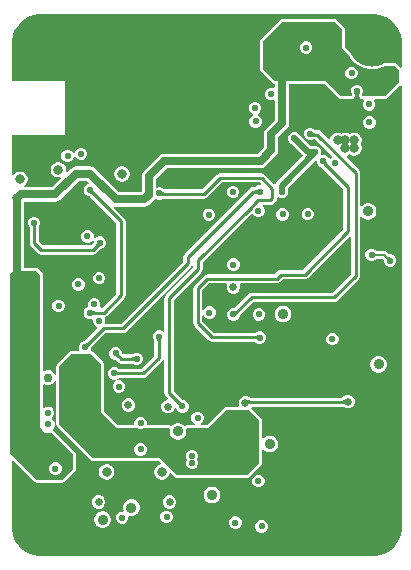
<source format=gbr>
%TF.GenerationSoftware,Altium Limited,Altium Designer,23.9.2 (47)*%
G04 Layer_Physical_Order=3*
G04 Layer_Color=16440176*
%FSLAX45Y45*%
%MOMM*%
%TF.SameCoordinates,C6D65D71-24B2-464F-8DE7-77A712877E08*%
%TF.FilePolarity,Positive*%
%TF.FileFunction,Copper,L3,Inr,Signal*%
%TF.Part,Single*%
G01*
G75*
%TA.AperFunction,Conductor*%
%ADD44C,0.50000*%
%ADD48C,0.55000*%
%ADD50C,0.70000*%
%ADD52C,0.25400*%
%TA.AperFunction,ComponentPad*%
%ADD56C,4.00000*%
%ADD57O,1.15800X2.31600*%
%ADD58O,1.20000X2.40000*%
%ADD59C,0.60000*%
%ADD60C,0.63000*%
%TA.AperFunction,ViaPad*%
%ADD61C,0.55000*%
%ADD62C,0.80000*%
%ADD63C,0.50000*%
%ADD64C,0.90000*%
%ADD65C,0.65000*%
%ADD66C,0.75000*%
%TA.AperFunction,Conductor*%
%ADD67C,0.13855*%
G36*
X3195089Y4707739D02*
X3241314Y4688592D01*
X3282916Y4660795D01*
X3318295Y4625416D01*
X3346092Y4583814D01*
X3365239Y4537589D01*
X3375000Y4488517D01*
Y4463500D01*
Y4266565D01*
X3362300Y4261304D01*
X3333012Y4290592D01*
X3324610Y4296206D01*
X3314700Y4298178D01*
X3230624D01*
X3220714Y4296206D01*
X3183193Y4280665D01*
X3144650Y4272998D01*
X3105351D01*
X3066808Y4280665D01*
X3030500Y4295704D01*
X2997825Y4317536D01*
X2970037Y4345325D01*
X2948204Y4378000D01*
X2946427Y4382290D01*
X2940813Y4390692D01*
X2896098Y4435407D01*
X2896097Y4589780D01*
X2894126Y4599690D01*
X2888512Y4608092D01*
X2830093Y4666512D01*
X2830093Y4666512D01*
X2821691Y4672126D01*
X2811781Y4674098D01*
X2362200D01*
X2352289Y4672126D01*
X2343888Y4666512D01*
X2183868Y4506492D01*
X2178254Y4498091D01*
X2176282Y4488180D01*
Y4249420D01*
X2178254Y4239509D01*
X2183868Y4231108D01*
X2288008Y4126968D01*
X2296409Y4121354D01*
X2301902Y4120261D01*
Y4094319D01*
X2289202Y4085833D01*
X2279035Y4090045D01*
X2257990D01*
X2238547Y4081991D01*
X2223666Y4067110D01*
X2215613Y4047667D01*
Y4026622D01*
X2223666Y4007179D01*
X2238547Y3992299D01*
X2257990Y3984245D01*
X2279035D01*
X2289202Y3988456D01*
X2301902Y3979970D01*
Y3815372D01*
X2226618Y3740088D01*
X2213269Y3720109D01*
X2208581Y3696542D01*
Y3587000D01*
X2155162Y3533580D01*
X1363797D01*
X1340230Y3528892D01*
X1320251Y3515543D01*
X1190894Y3386186D01*
X1177545Y3366207D01*
X1172857Y3342640D01*
Y3211034D01*
X1167926Y3206103D01*
X983089D01*
X782869Y3406323D01*
X762890Y3419672D01*
X739323Y3424360D01*
X616030D01*
X592463Y3419672D01*
X572484Y3406323D01*
X543758Y3377596D01*
X532371Y3384170D01*
X533400Y3388010D01*
Y3405230D01*
X528943Y3421863D01*
X520333Y3436776D01*
X508156Y3448953D01*
X493243Y3457563D01*
X476610Y3462020D01*
X459390D01*
X442756Y3457563D01*
X427843Y3448953D01*
X415667Y3436776D01*
X407057Y3421863D01*
X402600Y3405230D01*
Y3388010D01*
X407057Y3371376D01*
X415667Y3356463D01*
X427843Y3344287D01*
X442756Y3335677D01*
X459390Y3331220D01*
X476610D01*
X480449Y3332249D01*
X487023Y3320862D01*
X415262Y3249100D01*
X184818D01*
X181415Y3261800D01*
X182397Y3262367D01*
X194573Y3274543D01*
X203183Y3289456D01*
X207640Y3306090D01*
Y3323310D01*
X203183Y3339944D01*
X194573Y3354857D01*
X182397Y3367033D01*
X167484Y3375643D01*
X150850Y3380100D01*
X133630D01*
X116996Y3375643D01*
X102083Y3367033D01*
X89907Y3354857D01*
X87700Y3351035D01*
X75000Y3354438D01*
Y3690000D01*
X527500D01*
Y4145000D01*
X75000D01*
Y4463500D01*
X75000Y4488517D01*
X84761Y4537589D01*
X103907Y4583814D01*
X131704Y4625416D01*
X167083Y4660795D01*
X208685Y4688592D01*
X254910Y4707739D01*
X303983Y4717500D01*
X329000Y4717500D01*
X3121000Y4717500D01*
X3146017D01*
X3195089Y4707739D01*
D02*
G37*
G36*
X2870200Y4589780D02*
X2870200Y4424680D01*
X2922501Y4372379D01*
X2925253Y4365733D01*
X2949921Y4328816D01*
X2981316Y4297421D01*
X3018233Y4272753D01*
X3059254Y4255762D01*
X3102801Y4247100D01*
X3147200D01*
X3190747Y4255762D01*
X3230624Y4272280D01*
X3314700D01*
X3350260Y4236720D01*
Y4132580D01*
X3235960Y4018280D01*
X3044252D01*
X3038992Y4030980D01*
X3042046Y4034035D01*
X3050100Y4053478D01*
Y4074522D01*
X3042046Y4093965D01*
X3027165Y4108846D01*
X3007722Y4116900D01*
X2986678D01*
X2967235Y4108846D01*
X2952354Y4093965D01*
X2944300Y4074522D01*
Y4053478D01*
X2952354Y4034035D01*
X2955408Y4030980D01*
X2950148Y4018280D01*
X2862580D01*
X2735580Y4145280D01*
X2306320D01*
X2202180Y4249420D01*
Y4488180D01*
X2362200Y4648200D01*
X2811780D01*
X2870200Y4589780D01*
D02*
G37*
G36*
X2623757Y3713319D02*
X2625047Y3712000D01*
X2626537Y3710837D01*
X2628227Y3709829D01*
X2630117Y3708976D01*
X2632208Y3708278D01*
X2634498Y3707735D01*
X2636988Y3707347D01*
X2639679Y3707114D01*
X2642570Y3707037D01*
X2636455Y3681637D01*
X2633549Y3681591D01*
X2625810Y3680914D01*
X2623557Y3680507D01*
X2621467Y3680010D01*
X2619540Y3679422D01*
X2617776Y3678745D01*
X2616176Y3677977D01*
X2614738Y3677118D01*
X2622667Y3714793D01*
X2623757Y3713319D01*
D02*
G37*
G36*
X2844268Y3999968D02*
X2852669Y3994354D01*
X2862580Y3992382D01*
X2950148D01*
X2960058Y3994354D01*
X2968460Y3999967D01*
X2974074Y4008369D01*
X2979335Y4021069D01*
X2981306Y4030980D01*
X2979335Y4040891D01*
X2974627Y4047936D01*
X2970198Y4058629D01*
Y4069371D01*
X2974309Y4079296D01*
X2981904Y4086891D01*
X2991829Y4091002D01*
X3002571D01*
X3012496Y4086891D01*
X3020091Y4079296D01*
X3024202Y4069371D01*
Y4058629D01*
X3019773Y4047936D01*
X3015065Y4040891D01*
X3013094Y4030980D01*
X3015065Y4021069D01*
X3020326Y4008369D01*
X3025940Y3999968D01*
X3034342Y3994354D01*
X3044252Y3992382D01*
X3050077D01*
X3054938Y3980649D01*
X3053954Y3979665D01*
X3045900Y3960222D01*
Y3939178D01*
X3053954Y3919735D01*
X3068835Y3904854D01*
X3088278Y3896800D01*
X3109322D01*
X3128765Y3904854D01*
X3143646Y3919735D01*
X3151700Y3939178D01*
Y3960222D01*
X3143646Y3979665D01*
X3142662Y3980649D01*
X3147523Y3992382D01*
X3235960D01*
X3245871Y3994354D01*
X3254272Y3999968D01*
X3362300Y4107996D01*
X3375000Y4102735D01*
Y376500D01*
Y351483D01*
X3365239Y302411D01*
X3346092Y256186D01*
X3318295Y214585D01*
X3282916Y179205D01*
X3241314Y151408D01*
X3195089Y132261D01*
X3146017Y122500D01*
X329000D01*
X303983Y122500D01*
X254911Y132261D01*
X208686Y151408D01*
X167085Y179205D01*
X131706Y214585D01*
X103908Y256186D01*
X84761Y302411D01*
X75000Y351483D01*
Y376500D01*
Y930962D01*
X86734Y935822D01*
X267438Y755118D01*
X275840Y749504D01*
X285750Y747532D01*
X499110D01*
X509021Y749504D01*
X517423Y755118D01*
X608863Y846558D01*
X614477Y854959D01*
X616448Y864870D01*
Y986790D01*
X614477Y996701D01*
X608863Y1005102D01*
X424713Y1189252D01*
X423901Y1205069D01*
X428386Y1209555D01*
X436440Y1228998D01*
Y1250042D01*
X428386Y1269485D01*
X415848Y1282023D01*
X413767Y1287016D01*
X414806Y1297574D01*
X425846Y1308615D01*
X433900Y1328058D01*
Y1349102D01*
X425846Y1368545D01*
X410965Y1383426D01*
X391522Y1391480D01*
X370478D01*
X351035Y1383426D01*
X348781Y1381173D01*
X337048Y1386033D01*
Y1574164D01*
X349748Y1580622D01*
X368488Y1572860D01*
X393512D01*
X416630Y1582436D01*
X434324Y1600130D01*
X438902Y1611182D01*
X451602Y1608656D01*
X451603Y1239540D01*
X453574Y1229629D01*
X459188Y1221227D01*
X741148Y939268D01*
X749549Y933654D01*
X759460Y931682D01*
X1315153D01*
X1333773Y913063D01*
X1329344Y899531D01*
X1318416Y896603D01*
X1303503Y887993D01*
X1291327Y875817D01*
X1282717Y860904D01*
X1278260Y844270D01*
Y827050D01*
X1282717Y810416D01*
X1291327Y795503D01*
X1303503Y783327D01*
X1318416Y774717D01*
X1335050Y770260D01*
X1352270D01*
X1368904Y774717D01*
X1383817Y783327D01*
X1395993Y795503D01*
X1404603Y810416D01*
X1407531Y821344D01*
X1421063Y825773D01*
X1452348Y794488D01*
X1460749Y788874D01*
X1470660Y786902D01*
X2065020D01*
X2074931Y788874D01*
X2083332Y794488D01*
X2184932Y896088D01*
X2190546Y904489D01*
X2192518Y914400D01*
Y1022764D01*
X2205218Y1027702D01*
X2214833Y1018086D01*
X2230887Y1008818D01*
X2248792Y1004020D01*
X2267328D01*
X2285233Y1008818D01*
X2301287Y1018086D01*
X2314394Y1031193D01*
X2323662Y1047247D01*
X2328460Y1065152D01*
Y1083688D01*
X2323662Y1101593D01*
X2314394Y1117647D01*
X2301287Y1130754D01*
X2285233Y1140022D01*
X2267328Y1144820D01*
X2248792D01*
X2230887Y1140022D01*
X2214833Y1130754D01*
X2205218Y1121138D01*
X2192518Y1126076D01*
Y1277620D01*
X2190546Y1287531D01*
X2184932Y1295932D01*
X2103325Y1377540D01*
X2108586Y1390240D01*
X2874923D01*
X2875897Y1390098D01*
X2877123Y1389838D01*
X2878200Y1389535D01*
X2879163Y1389190D01*
X2880032Y1388807D01*
X2880835Y1388382D01*
X2881603Y1387902D01*
X2882923Y1386936D01*
X2885711Y1384147D01*
X2906992Y1375333D01*
X2930026D01*
X2951307Y1384147D01*
X2967594Y1400435D01*
X2976409Y1421715D01*
Y1444750D01*
X2967594Y1466030D01*
X2951307Y1482318D01*
X2930026Y1491133D01*
X2906992D01*
X2885711Y1482318D01*
X2873331Y1469937D01*
X2872709Y1469436D01*
X2872099Y1468705D01*
X2871632Y1468238D01*
X2871400Y1468149D01*
X2870911Y1468011D01*
X2870500Y1467933D01*
X2095906D01*
X2094932Y1468075D01*
X2093706Y1468334D01*
X2092629Y1468638D01*
X2091666Y1468983D01*
X2090797Y1469366D01*
X2089994Y1469790D01*
X2089226Y1470271D01*
X2087906Y1471237D01*
X2085118Y1474025D01*
X2063837Y1482840D01*
X2040803D01*
X2019522Y1474025D01*
X2003235Y1457738D01*
X1994420Y1436457D01*
Y1413423D01*
X1998912Y1402578D01*
X1990426Y1389878D01*
X1889760D01*
X1879849Y1387906D01*
X1871448Y1382292D01*
X1724093Y1234938D01*
X1675364D01*
X1672838Y1247638D01*
X1677957Y1249758D01*
X1692838Y1264639D01*
X1700891Y1284082D01*
Y1305127D01*
X1692838Y1324570D01*
X1677957Y1339450D01*
X1658514Y1347504D01*
X1637469D01*
X1618026Y1339450D01*
X1603145Y1324570D01*
X1595092Y1305127D01*
Y1284082D01*
X1603145Y1264639D01*
X1618026Y1249758D01*
X1623145Y1247638D01*
X1620619Y1234938D01*
X1561028D01*
X1559353Y1234604D01*
X1557648Y1234716D01*
X1554440Y1233627D01*
X1551118Y1232966D01*
X1549697Y1232017D01*
X1548079Y1231468D01*
X1545533Y1229235D01*
X1542716Y1227353D01*
X1531447Y1231393D01*
X1530217Y1232289D01*
X1525944Y1236562D01*
X1509890Y1245830D01*
X1491985Y1250628D01*
X1473448D01*
X1455543Y1245830D01*
X1439490Y1236562D01*
X1435217Y1232289D01*
X1433987Y1231392D01*
X1422718Y1227353D01*
X1419901Y1229234D01*
X1417354Y1231468D01*
X1415737Y1232017D01*
X1414316Y1232966D01*
X1410994Y1233627D01*
X1407786Y1234716D01*
X1406081Y1234604D01*
X1404405Y1234938D01*
X1221523D01*
X1217280Y1241288D01*
Y1262333D01*
X1209226Y1281776D01*
X1194345Y1296657D01*
X1174902Y1304710D01*
X1153857D01*
X1134414Y1296657D01*
X1119533Y1281776D01*
X1111480Y1262333D01*
Y1241288D01*
X1107237Y1234938D01*
X968307D01*
X851398Y1351847D01*
Y1755140D01*
X849426Y1765051D01*
X843812Y1773453D01*
X765073Y1852191D01*
X765072Y1852192D01*
X756670Y1857806D01*
X748826Y1859366D01*
X744341Y1864807D01*
X740654Y1872477D01*
X745391Y1883914D01*
Y1892318D01*
X745533Y1892930D01*
X745556Y1892995D01*
X745578Y1893033D01*
X745731Y1893261D01*
X746337Y1894006D01*
X866685Y2014353D01*
X1015092D01*
X1029958Y2017310D01*
X1042560Y2025731D01*
X1592436Y2575607D01*
X1599453Y2586109D01*
X1609010Y2585169D01*
X1612153Y2583997D01*
Y2568791D01*
X1377151Y2333789D01*
X1368731Y2321186D01*
X1365773Y2306320D01*
Y2031539D01*
X1353073Y2026278D01*
X1350765Y2028586D01*
X1331322Y2036640D01*
X1310278D01*
X1290835Y2028586D01*
X1275954Y2013705D01*
X1267900Y1994262D01*
Y1973218D01*
X1275954Y1953775D01*
X1281393Y1948336D01*
X1281666Y1947882D01*
X1281777Y1947640D01*
X1281795Y1947572D01*
X1281857Y1947248D01*
X1281953Y1946284D01*
Y1822031D01*
X1170089Y1710167D01*
X979396D01*
X979198Y1710192D01*
X978508Y1710325D01*
X978440Y1710343D01*
X978198Y1710454D01*
X977744Y1710727D01*
X972305Y1716166D01*
X952862Y1724220D01*
X931818D01*
X912375Y1716166D01*
X897494Y1701285D01*
X889440Y1681842D01*
Y1660798D01*
X897494Y1641355D01*
X912375Y1626474D01*
X931818Y1618420D01*
X952862D01*
X955981Y1606687D01*
X950475Y1604406D01*
X935594Y1589525D01*
X927540Y1570082D01*
Y1549038D01*
X935594Y1529595D01*
X950475Y1514714D01*
X969918Y1506660D01*
X990962D01*
X1010405Y1514714D01*
X1025286Y1529595D01*
X1033340Y1549038D01*
Y1570082D01*
X1025286Y1589525D01*
X1010405Y1604406D01*
X990962Y1612460D01*
X969918D01*
X966799Y1624193D01*
X972305Y1626474D01*
X977744Y1631913D01*
X978198Y1632186D01*
X978440Y1632297D01*
X978508Y1632315D01*
X978832Y1632377D01*
X979796Y1632473D01*
X1186180D01*
X1201046Y1635431D01*
X1213649Y1643851D01*
X1348269Y1778471D01*
X1353073Y1785662D01*
X1365773Y1781810D01*
Y1506220D01*
X1368731Y1491354D01*
X1377151Y1478751D01*
X1394774Y1461129D01*
X1389913Y1449396D01*
X1386299D01*
X1365018Y1440581D01*
X1348731Y1424294D01*
X1339916Y1403013D01*
Y1379979D01*
X1348731Y1358698D01*
X1365018Y1342411D01*
X1386299Y1333596D01*
X1409333D01*
X1430614Y1342411D01*
X1446901Y1358698D01*
X1454289Y1376533D01*
X1466972Y1377896D01*
X1467512Y1377796D01*
X1474074Y1361955D01*
X1488955Y1347074D01*
X1508398Y1339020D01*
X1529442D01*
X1548885Y1347074D01*
X1563766Y1361955D01*
X1571820Y1381398D01*
Y1402442D01*
X1563766Y1421885D01*
X1548885Y1436766D01*
X1529442Y1444820D01*
X1521749D01*
X1521242Y1444946D01*
X1520987Y1445040D01*
X1520925Y1445076D01*
X1520654Y1445260D01*
X1519903Y1445874D01*
X1443467Y1522311D01*
Y2290229D01*
X1678469Y2525231D01*
X1686889Y2537834D01*
X1689847Y2552700D01*
Y2612809D01*
X2101431Y3024394D01*
X2113887Y3021916D01*
X2115974Y3016879D01*
X2130855Y3001998D01*
X2150297Y2993944D01*
X2171342D01*
X2190785Y3001998D01*
X2205666Y3016879D01*
X2213720Y3036322D01*
Y3057367D01*
X2205666Y3076810D01*
X2197122Y3085353D01*
X2202383Y3098053D01*
X2260600D01*
X2275466Y3101011D01*
X2288069Y3109431D01*
X2308389Y3129751D01*
X2316809Y3142354D01*
X2319767Y3157220D01*
X2323500Y3160103D01*
X2332467Y3163931D01*
X2334765Y3162979D01*
X2339182Y3160028D01*
X2344392Y3158992D01*
X2349300Y3156959D01*
X2354612D01*
X2359822Y3155922D01*
X2365032Y3156959D01*
X2370345D01*
X2375253Y3158992D01*
X2380463Y3160028D01*
X2384880Y3162979D01*
X2389788Y3165012D01*
X2393544Y3168769D01*
X2397961Y3171720D01*
X2400912Y3176137D01*
X2404669Y3179893D01*
X2406702Y3184801D01*
X2409653Y3189218D01*
X2410689Y3194428D01*
X2412722Y3199336D01*
Y3204648D01*
X2413758Y3209858D01*
Y3239181D01*
X2647093Y3472516D01*
X2659793Y3467255D01*
Y3456055D01*
X2667847Y3436612D01*
X2682728Y3421732D01*
X2698890Y3415037D01*
X2698989Y3414985D01*
X2699024Y3414975D01*
X2700267Y3414219D01*
X2700421Y3414109D01*
X2702723Y3412142D01*
X2882153Y3232711D01*
Y2891818D01*
X2537282Y2546947D01*
X2350230D01*
X2335364Y2543990D01*
X2322761Y2535569D01*
X2299479Y2512287D01*
X1729220D01*
X1714354Y2509329D01*
X1701751Y2500909D01*
X1620991Y2420149D01*
X1612571Y2407546D01*
X1609613Y2392680D01*
Y2095500D01*
X1612571Y2080634D01*
X1620991Y2068031D01*
X1737831Y1951191D01*
X1750434Y1942771D01*
X1765300Y1939813D01*
X2135527D01*
X2144418Y1930923D01*
X2163861Y1922869D01*
X2184905D01*
X2204348Y1930923D01*
X2219229Y1945804D01*
X2227283Y1965247D01*
Y1986291D01*
X2219229Y2005734D01*
X2204348Y2020615D01*
X2184905Y2028669D01*
X2163861D01*
X2144418Y2020615D01*
X2141705Y2017903D01*
X2141639Y2017871D01*
X2141529Y2017839D01*
X2140881Y2017693D01*
X2140225Y2017586D01*
X2139291Y2017507D01*
X1781391D01*
X1687307Y2111591D01*
Y2161016D01*
X1700007Y2163542D01*
X1702778Y2156852D01*
X1717659Y2141971D01*
X1737102Y2133917D01*
X1758147D01*
X1777590Y2141971D01*
X1792470Y2156852D01*
X1800524Y2176295D01*
Y2197340D01*
X1792470Y2216782D01*
X1777590Y2231663D01*
X1758147Y2239717D01*
X1737102D01*
X1717659Y2231663D01*
X1702778Y2216782D01*
X1700007Y2210092D01*
X1687307Y2212618D01*
Y2376589D01*
X1745311Y2434594D01*
X1889772D01*
X1896828Y2424034D01*
X1892820Y2414357D01*
Y2391323D01*
X1901635Y2370042D01*
X1917922Y2353755D01*
X1939203Y2344940D01*
X1962237D01*
X1983518Y2353755D01*
X1999805Y2370042D01*
X2008620Y2391323D01*
Y2414357D01*
X2004612Y2424034D01*
X2011668Y2434594D01*
X2315570D01*
X2330436Y2437551D01*
X2343038Y2445971D01*
X2366320Y2469254D01*
X2553373D01*
X2568239Y2472211D01*
X2580841Y2480632D01*
X2933920Y2833710D01*
X2945653Y2828850D01*
Y2515451D01*
X2785529Y2355327D01*
X2103510D01*
X2088644Y2352369D01*
X2076041Y2343949D01*
X1956693Y2224600D01*
X1940198D01*
X1920755Y2216546D01*
X1905874Y2201665D01*
X1897820Y2182222D01*
Y2161178D01*
X1905874Y2141735D01*
X1920755Y2126854D01*
X1940198Y2118800D01*
X1961242D01*
X1980685Y2126854D01*
X1995566Y2141735D01*
X2003620Y2161178D01*
Y2161304D01*
X2005436Y2163469D01*
X2119601Y2277633D01*
X2801620D01*
X2816486Y2280591D01*
X2829089Y2289011D01*
X3011969Y2471891D01*
X3020389Y2484494D01*
X3023347Y2499360D01*
Y2995616D01*
X3031032Y2999221D01*
X3036047Y2999869D01*
X3047994Y2987921D01*
X3064047Y2978653D01*
X3081952Y2973855D01*
X3100489D01*
X3118394Y2978653D01*
X3134447Y2987921D01*
X3147554Y3001029D01*
X3156823Y3017082D01*
X3161620Y3034987D01*
Y3053524D01*
X3156823Y3071429D01*
X3147554Y3087482D01*
X3134447Y3100589D01*
X3118394Y3109858D01*
X3100489Y3114655D01*
X3081952D01*
X3064047Y3109858D01*
X3047994Y3100589D01*
X3036047Y3088642D01*
X3031032Y3089290D01*
X3023347Y3092894D01*
Y3370847D01*
X3020389Y3385713D01*
X3011969Y3398315D01*
X2909599Y3500685D01*
X2913395Y3514850D01*
X2922710Y3517346D01*
X2937328Y3525785D01*
X2946556Y3520457D01*
X2963190Y3516000D01*
X2980410D01*
X2997044Y3520457D01*
X3011957Y3529067D01*
X3024133Y3541243D01*
X3032743Y3556156D01*
X3037200Y3572790D01*
Y3590010D01*
X3032743Y3606644D01*
X3028987Y3613150D01*
X3032743Y3619656D01*
X3037200Y3636290D01*
Y3653510D01*
X3032743Y3670144D01*
X3024133Y3685057D01*
X3011957Y3697233D01*
X2997044Y3705843D01*
X2980410Y3710300D01*
X2963190D01*
X2946556Y3705843D01*
X2933593Y3698359D01*
X2919824Y3706308D01*
X2903191Y3710765D01*
X2885970D01*
X2869337Y3706308D01*
X2862937Y3702613D01*
X2857344Y3705843D01*
X2840710Y3710300D01*
X2823490D01*
X2806856Y3705843D01*
X2791943Y3697233D01*
X2779767Y3685057D01*
X2771157Y3670144D01*
X2768398Y3659847D01*
X2754576Y3655708D01*
X2688479Y3721805D01*
X2675876Y3730226D01*
X2661010Y3733183D01*
X2641114D01*
X2629450Y3744846D01*
X2610007Y3752900D01*
X2588963D01*
X2569520Y3744846D01*
X2554639Y3729965D01*
X2546585Y3710522D01*
Y3689478D01*
X2554639Y3670035D01*
X2569520Y3655154D01*
X2588963Y3647100D01*
X2610007D01*
X2629450Y3655154D01*
X2629540Y3655244D01*
X2632354Y3655490D01*
X2644920D01*
X2788321Y3512089D01*
X2785843Y3499633D01*
X2780171Y3497284D01*
X2773672Y3490784D01*
X2758691Y3493763D01*
X2757539Y3496543D01*
X2742658Y3511424D01*
X2723216Y3519478D01*
X2703416D01*
X2700090Y3521277D01*
X2695725Y3525052D01*
X2693134Y3529481D01*
X2694500Y3532778D01*
Y3538090D01*
X2695536Y3543300D01*
X2694500Y3548510D01*
Y3553822D01*
X2692467Y3558731D01*
X2691430Y3563940D01*
X2688480Y3568357D01*
X2686446Y3573265D01*
X2682690Y3577022D01*
X2679739Y3581439D01*
X2675322Y3584390D01*
X2671565Y3588146D01*
X2666657Y3590180D01*
X2662240Y3593130D01*
X2657031Y3594167D01*
X2652122Y3596200D01*
X2646810D01*
X2641600Y3597236D01*
X2636390Y3596200D01*
X2631078D01*
X2629735Y3595644D01*
X2606049D01*
X2512699Y3688994D01*
X2511186Y3692645D01*
X2496305Y3707526D01*
X2476862Y3715580D01*
X2455818D01*
X2436375Y3707526D01*
X2421494Y3692645D01*
X2413440Y3673202D01*
Y3652158D01*
X2421494Y3632715D01*
X2436375Y3617834D01*
X2440026Y3616321D01*
X2539185Y3517162D01*
X2321684Y3299661D01*
X2309992Y3282163D01*
X2309246Y3278412D01*
X2297092Y3274725D01*
X2216949Y3354869D01*
X2204346Y3363289D01*
X2189480Y3366247D01*
X1836420D01*
X1821554Y3363289D01*
X1808951Y3354869D01*
X1684325Y3230242D01*
X1362199D01*
X1352305Y3240135D01*
X1332862Y3248189D01*
X1311818D01*
X1306583Y3246020D01*
X1296023Y3253076D01*
Y3317131D01*
X1389306Y3410414D01*
X2180670D01*
X2204237Y3415101D01*
X2224216Y3428451D01*
X2313710Y3517945D01*
X2327060Y3537924D01*
X2331748Y3561491D01*
Y3671033D01*
X2407032Y3746317D01*
X2420381Y3766296D01*
X2425069Y3789863D01*
X2425069Y3789864D01*
Y4119382D01*
X2724853D01*
X2844268Y3999968D01*
D02*
G37*
G36*
X2738964Y3457831D02*
X2738888Y3456010D01*
X2739071Y3454155D01*
X2739513Y3452264D01*
X2740212Y3450338D01*
X2741170Y3448377D01*
X2742385Y3446380D01*
X2743860Y3444349D01*
X2745592Y3442282D01*
X2747582Y3440180D01*
X2724430Y3427411D01*
X2722338Y3429445D01*
X2716430Y3434494D01*
X2714582Y3435824D01*
X2711072Y3437959D01*
X2709408Y3438761D01*
X2707806Y3439389D01*
X2706265Y3439840D01*
X2739297Y3459616D01*
X2738964Y3457831D01*
D02*
G37*
G36*
X2153375Y3191872D02*
X2152007Y3193116D01*
X2150470Y3194230D01*
X2148766Y3195212D01*
X2146893Y3196064D01*
X2144851Y3196784D01*
X2142642Y3197374D01*
X2140264Y3197832D01*
X2137719Y3198160D01*
X2135004Y3198356D01*
X2132122Y3198422D01*
Y3223822D01*
X2135004Y3223887D01*
X2140264Y3224411D01*
X2142642Y3224870D01*
X2144851Y3225459D01*
X2146893Y3226180D01*
X2148766Y3227031D01*
X2150470Y3228014D01*
X2152007Y3229127D01*
X2153375Y3230372D01*
Y3191872D01*
D02*
G37*
G36*
X761646Y3221138D02*
X761945Y3219264D01*
X762456Y3217364D01*
X763178Y3215437D01*
X764112Y3213485D01*
X765257Y3211505D01*
X766614Y3209500D01*
X768183Y3207468D01*
X769963Y3205410D01*
X771955Y3203326D01*
X753994Y3185365D01*
X751910Y3187357D01*
X747820Y3190706D01*
X745815Y3192063D01*
X743835Y3193208D01*
X741883Y3194142D01*
X739956Y3194864D01*
X738056Y3195375D01*
X736182Y3195674D01*
X734335Y3195761D01*
X761559Y3222985D01*
X761646Y3221138D01*
D02*
G37*
G36*
X1345698Y3210145D02*
X1347077Y3208875D01*
X1348644Y3207755D01*
X1350400Y3206784D01*
X1352345Y3205962D01*
X1354478Y3205290D01*
X1356799Y3204768D01*
X1359308Y3204394D01*
X1362006Y3204170D01*
X1364892Y3204095D01*
X1360769Y3178695D01*
X1357877Y3178643D01*
X1352572Y3178223D01*
X1350160Y3177856D01*
X1347909Y3177385D01*
X1345817Y3176808D01*
X1343887Y3176126D01*
X1342116Y3175340D01*
X1340506Y3174448D01*
X1339055Y3173452D01*
X1344507Y3211564D01*
X1345698Y3210145D01*
D02*
G37*
G36*
X2186188Y3275755D02*
X2185951Y3274706D01*
X2179961Y3264022D01*
X2162491D01*
X2143048Y3255968D01*
X2137609Y3250529D01*
X2137156Y3250256D01*
X2136914Y3250145D01*
X2136846Y3250127D01*
X2136521Y3250064D01*
X2135558Y3249968D01*
X2118922D01*
X2104056Y3247011D01*
X2091453Y3238590D01*
X1537499Y2684636D01*
X1529078Y2672033D01*
X1526121Y2657167D01*
Y2619166D01*
X999001Y2092046D01*
X869194D01*
X862138Y2102606D01*
X864487Y2108277D01*
Y2129322D01*
X860568Y2138785D01*
X865766Y2148511D01*
X878369Y2156931D01*
X1025689Y2304251D01*
X1034109Y2316854D01*
X1037067Y2331720D01*
Y2959100D01*
X1034109Y2973966D01*
X1025689Y2986569D01*
X938468Y3073790D01*
X944724Y3085494D01*
X957580Y3082937D01*
X1193435D01*
X1217002Y3087625D01*
X1236981Y3100974D01*
X1277986Y3141979D01*
X1283026Y3149522D01*
X1292375Y3150443D01*
X1311818Y3142389D01*
X1332862D01*
X1352305Y3150443D01*
X1354081Y3152218D01*
X1354765Y3152361D01*
X1355548Y3152480D01*
X1356412Y3152549D01*
X1700415D01*
X1715281Y3155506D01*
X1727884Y3163927D01*
X1852511Y3288553D01*
X2173390D01*
X2186188Y3275755D01*
D02*
G37*
G36*
X727115Y3287893D02*
X721664Y3275384D01*
X704095Y3268106D01*
X689214Y3253225D01*
X681160Y3233782D01*
Y3212738D01*
X689214Y3193295D01*
X704095Y3178414D01*
X723538Y3170360D01*
X731231D01*
X731738Y3170234D01*
X731993Y3170140D01*
X732055Y3170104D01*
X732326Y3169920D01*
X733077Y3169306D01*
X959373Y2943009D01*
Y2347811D01*
X839446Y2227884D01*
X829255Y2228689D01*
X821814Y2240522D01*
X823809Y2245336D01*
Y2266381D01*
X815755Y2285824D01*
X800874Y2300705D01*
X781431Y2308758D01*
X760386D01*
X740943Y2300705D01*
X726063Y2285824D01*
X718009Y2266381D01*
Y2245336D01*
X721660Y2236522D01*
X704095Y2229246D01*
X689214Y2214365D01*
X681160Y2194922D01*
Y2173878D01*
X689214Y2154435D01*
X704095Y2139554D01*
X723538Y2131500D01*
X744582D01*
X747368Y2132654D01*
X758688Y2123596D01*
Y2108277D01*
X766741Y2088835D01*
X781622Y2073954D01*
X793522Y2069025D01*
X796624Y2054167D01*
X690662Y1948205D01*
X690491Y1948072D01*
X689877Y1947652D01*
X689744Y1947575D01*
X689695Y1947566D01*
X689357Y1947436D01*
X688984Y1947336D01*
X681969D01*
X662526Y1939283D01*
X647645Y1924402D01*
X639591Y1904959D01*
Y1883914D01*
X644329Y1872478D01*
X635843Y1859777D01*
X574040Y1859778D01*
X564129Y1857806D01*
X555728Y1852192D01*
X459187Y1755652D01*
X453573Y1747250D01*
X451602Y1737340D01*
Y1662864D01*
X438902Y1660338D01*
X434324Y1671390D01*
X416630Y1689084D01*
X393512Y1698660D01*
X368488D01*
X349748Y1690898D01*
X337048Y1697356D01*
Y2508251D01*
X335077Y2518162D01*
X329463Y2526563D01*
X329462Y2526564D01*
X295172Y2560853D01*
X286771Y2566466D01*
X276860Y2568438D01*
X180963D01*
Y3125934D01*
X440770D01*
X464337Y3130621D01*
X484316Y3143971D01*
X641539Y3301194D01*
X713814D01*
X727115Y3287893D01*
D02*
G37*
G36*
X1989847Y2184856D02*
X1987824Y2182770D01*
X1982831Y2176818D01*
X1981525Y2174937D01*
X1980398Y2173108D01*
X1979451Y2171330D01*
X1978683Y2169604D01*
X1978095Y2167929D01*
X1977686Y2166306D01*
X1956653Y2198552D01*
X1958465Y2198281D01*
X1960310Y2198261D01*
X1962186Y2198492D01*
X1964094Y2198974D01*
X1966034Y2199707D01*
X1968006Y2200691D01*
X1970009Y2201927D01*
X1972044Y2203414D01*
X1974111Y2205152D01*
X1976210Y2207141D01*
X1989847Y2184856D01*
D02*
G37*
G36*
X755067Y2202406D02*
X756604Y2201292D01*
X758308Y2200310D01*
X760181Y2199458D01*
X762222Y2198738D01*
X764432Y2198148D01*
X766809Y2197690D01*
X769355Y2197362D01*
X772069Y2197166D01*
X774952Y2197100D01*
Y2171700D01*
X772069Y2171634D01*
X766809Y2171110D01*
X764432Y2170652D01*
X762222Y2170062D01*
X760181Y2169342D01*
X758308Y2168490D01*
X756604Y2167508D01*
X755067Y2166394D01*
X753699Y2165150D01*
Y2203650D01*
X755067Y2202406D01*
D02*
G37*
G36*
X2152829Y1958690D02*
X2151586Y1960072D01*
X2150161Y1961307D01*
X2148552Y1962398D01*
X2146762Y1963343D01*
X2144790Y1964143D01*
X2142635Y1964797D01*
X2140298Y1965306D01*
X2137778Y1965669D01*
X2135076Y1965887D01*
X2132192Y1965960D01*
X2135230Y1991360D01*
X2138118Y1991416D01*
X2143412Y1991865D01*
X2145818Y1992259D01*
X2148063Y1992764D01*
X2150147Y1993382D01*
X2152071Y1994112D01*
X2153833Y1994955D01*
X2155435Y1995910D01*
X2156877Y1996977D01*
X2152829Y1958690D01*
D02*
G37*
G36*
X1338806Y1962733D02*
X1337692Y1961196D01*
X1336710Y1959492D01*
X1335858Y1957619D01*
X1335138Y1955578D01*
X1334548Y1953368D01*
X1334090Y1950991D01*
X1333762Y1948445D01*
X1333566Y1945731D01*
X1333500Y1942848D01*
X1308100D01*
X1308034Y1945731D01*
X1307510Y1950991D01*
X1307052Y1953368D01*
X1306462Y1955578D01*
X1305742Y1957619D01*
X1304890Y1959492D01*
X1303908Y1961196D01*
X1302794Y1962733D01*
X1301550Y1964101D01*
X1340050D01*
X1338806Y1962733D01*
D02*
G37*
G36*
X730224Y1914869D02*
X728233Y1912784D01*
X724896Y1908691D01*
X723549Y1906683D01*
X722418Y1904701D01*
X721501Y1902744D01*
X720799Y1900814D01*
X720311Y1898910D01*
X720039Y1897031D01*
X719981Y1895178D01*
X692300Y1921936D01*
X694140Y1922053D01*
X696007Y1922378D01*
X697902Y1922912D01*
X699823Y1923655D01*
X701772Y1924605D01*
X703747Y1925764D01*
X705750Y1927132D01*
X707779Y1928708D01*
X709836Y1930493D01*
X711920Y1932486D01*
X730224Y1914869D01*
D02*
G37*
G36*
X963347Y1689326D02*
X964884Y1688212D01*
X966588Y1687230D01*
X968461Y1686378D01*
X970502Y1685658D01*
X972712Y1685068D01*
X975089Y1684610D01*
X977635Y1684282D01*
X980349Y1684086D01*
X983232Y1684020D01*
Y1658620D01*
X980349Y1658554D01*
X975089Y1658030D01*
X972712Y1657572D01*
X970502Y1656982D01*
X968461Y1656262D01*
X966588Y1655410D01*
X964884Y1654428D01*
X963347Y1653314D01*
X961979Y1652070D01*
Y1690570D01*
X963347Y1689326D01*
D02*
G37*
G36*
X2898391Y1407707D02*
X2896137Y1409356D01*
X2893781Y1410832D01*
X2891321Y1412134D01*
X2888758Y1413262D01*
X2886092Y1414217D01*
X2883323Y1414998D01*
X2880450Y1415605D01*
X2877475Y1416039D01*
X2874397Y1416299D01*
X2871216Y1416386D01*
X2867655Y1441786D01*
X2870888Y1441897D01*
X2873956Y1442228D01*
X2876861Y1442781D01*
X2879600Y1443554D01*
X2882176Y1444549D01*
X2884587Y1445764D01*
X2886833Y1447201D01*
X2888915Y1448858D01*
X2890833Y1450736D01*
X2892587Y1452836D01*
X2898391Y1407707D01*
D02*
G37*
G36*
X2074692Y1448816D02*
X2077048Y1447341D01*
X2079508Y1446039D01*
X2082071Y1444911D01*
X2084737Y1443956D01*
X2087506Y1443175D01*
X2090379Y1442567D01*
X2093354Y1442134D01*
X2096432Y1441873D01*
X2099613Y1441786D01*
X2103174Y1416386D01*
X2099941Y1416276D01*
X2096873Y1415944D01*
X2093968Y1415392D01*
X2091229Y1414618D01*
X2088653Y1413624D01*
X2086242Y1412408D01*
X2083996Y1410972D01*
X2081914Y1409315D01*
X2079996Y1407436D01*
X2078242Y1405337D01*
X2072438Y1450465D01*
X2074692Y1448816D01*
D02*
G37*
G36*
X1501070Y1427823D02*
X1505160Y1424474D01*
X1507165Y1423117D01*
X1509145Y1421972D01*
X1511097Y1421038D01*
X1513024Y1420316D01*
X1514924Y1419805D01*
X1516798Y1419506D01*
X1518645Y1419419D01*
X1491421Y1392195D01*
X1491334Y1394042D01*
X1491035Y1395916D01*
X1490524Y1397816D01*
X1489802Y1399743D01*
X1488868Y1401695D01*
X1487723Y1403675D01*
X1486366Y1405680D01*
X1484797Y1407712D01*
X1483017Y1409770D01*
X1481025Y1411854D01*
X1498986Y1429815D01*
X1501070Y1427823D01*
D02*
G37*
G36*
X746760Y1833879D02*
X825500Y1755140D01*
Y1341120D01*
X957580Y1209040D01*
X1132339D01*
X1134414Y1206964D01*
X1153857Y1198911D01*
X1174902D01*
X1194345Y1206964D01*
X1196421Y1209040D01*
X1404405D01*
X1414151Y1196340D01*
X1412317Y1189496D01*
Y1170960D01*
X1417115Y1153055D01*
X1426383Y1137001D01*
X1439490Y1123894D01*
X1455543Y1114626D01*
X1473448Y1109828D01*
X1491985D01*
X1509890Y1114626D01*
X1525944Y1123894D01*
X1539051Y1137001D01*
X1548319Y1153055D01*
X1553117Y1170960D01*
Y1189496D01*
X1551283Y1196340D01*
X1561028Y1209040D01*
X1734820D01*
X1889760Y1363980D01*
X2080260D01*
X2166620Y1277620D01*
Y914400D01*
X2065020Y812800D01*
X1470660D01*
X1325880Y957580D01*
X759460D01*
X477500Y1239540D01*
X477500Y1737340D01*
X574040Y1833880D01*
X746760Y1833879D01*
D02*
G37*
G36*
X311150Y2508251D02*
Y1218213D01*
X349827Y1170940D01*
X406400D01*
X590550Y986790D01*
Y864870D01*
X499110Y773430D01*
X285750D01*
X57150Y1002030D01*
X59726Y2513365D01*
X88899Y2542540D01*
X276860D01*
X311150Y2508251D01*
D02*
G37*
%LPC*%
G36*
X2144122Y3972120D02*
X2123078D01*
X2103635Y3964066D01*
X2088754Y3949185D01*
X2080700Y3929742D01*
Y3908698D01*
X2088754Y3889255D01*
X2103635Y3874374D01*
X2117105Y3868794D01*
Y3855048D01*
X2107854Y3851216D01*
X2092973Y3836335D01*
X2084920Y3816892D01*
Y3795847D01*
X2092973Y3776404D01*
X2107854Y3761523D01*
X2127297Y3753470D01*
X2148342D01*
X2167785Y3761523D01*
X2182666Y3776404D01*
X2190719Y3795847D01*
Y3816892D01*
X2182666Y3836335D01*
X2167785Y3851216D01*
X2154314Y3856795D01*
Y3870542D01*
X2163565Y3874374D01*
X2178446Y3889255D01*
X2186500Y3908698D01*
Y3929742D01*
X2178446Y3949185D01*
X2163565Y3964066D01*
X2144122Y3972120D01*
D02*
G37*
G36*
X670922Y3583500D02*
X649878D01*
X630435Y3575446D01*
X615554Y3560565D01*
X607500Y3541122D01*
Y3536008D01*
X594800Y3533481D01*
X590946Y3542785D01*
X576065Y3557666D01*
X556622Y3565720D01*
X535578D01*
X516135Y3557666D01*
X501254Y3542785D01*
X493200Y3523342D01*
Y3502298D01*
X501254Y3482855D01*
X516135Y3467974D01*
X535578Y3459920D01*
X556622D01*
X576065Y3467974D01*
X590946Y3482855D01*
X599000Y3502298D01*
Y3507412D01*
X611700Y3509939D01*
X615554Y3500635D01*
X630435Y3485754D01*
X649878Y3477700D01*
X670922D01*
X690365Y3485754D01*
X705246Y3500635D01*
X713300Y3520078D01*
Y3541122D01*
X705246Y3560565D01*
X690365Y3575446D01*
X670922Y3583500D01*
D02*
G37*
G36*
X1014450Y3425820D02*
X997230D01*
X980596Y3421363D01*
X965683Y3412753D01*
X953507Y3400577D01*
X944897Y3385664D01*
X940440Y3369030D01*
Y3351810D01*
X944897Y3335176D01*
X953507Y3320263D01*
X965683Y3308087D01*
X980596Y3299477D01*
X997230Y3295020D01*
X1014450D01*
X1031084Y3299477D01*
X1045997Y3308087D01*
X1058173Y3320263D01*
X1066783Y3335176D01*
X1071240Y3351810D01*
Y3369030D01*
X1066783Y3385664D01*
X1058173Y3400577D01*
X1045997Y3412753D01*
X1031084Y3421363D01*
X1014450Y3425820D01*
D02*
G37*
G36*
X2575922Y4482660D02*
X2554878D01*
X2535435Y4474606D01*
X2520554Y4459725D01*
X2512500Y4440282D01*
Y4419238D01*
X2520554Y4399795D01*
X2535435Y4384914D01*
X2554878Y4376860D01*
X2575922D01*
X2595365Y4384914D01*
X2610246Y4399795D01*
X2618300Y4419238D01*
Y4440282D01*
X2610246Y4459725D01*
X2595365Y4474606D01*
X2575922Y4482660D01*
D02*
G37*
G36*
X2962002Y4266760D02*
X2940958D01*
X2921515Y4258706D01*
X2906634Y4243825D01*
X2898580Y4224382D01*
Y4203338D01*
X2906634Y4183895D01*
X2921515Y4169014D01*
X2940958Y4160960D01*
X2962002D01*
X2981445Y4169014D01*
X2996326Y4183895D01*
X3004380Y4203338D01*
Y4224382D01*
X2996326Y4243825D01*
X2981445Y4258706D01*
X2962002Y4266760D01*
D02*
G37*
G36*
X3111709Y3850206D02*
X3090664D01*
X3071221Y3842153D01*
X3056340Y3827272D01*
X3048287Y3807829D01*
Y3786784D01*
X3056340Y3767341D01*
X3071221Y3752460D01*
X3090664Y3744407D01*
X3111709D01*
X3131152Y3752460D01*
X3146033Y3767341D01*
X3154086Y3786784D01*
Y3807829D01*
X3146033Y3827272D01*
X3131152Y3842153D01*
X3111709Y3850206D01*
D02*
G37*
G36*
X2590417Y3073705D02*
X2569372D01*
X2549929Y3065651D01*
X2535048Y3050771D01*
X2526995Y3031328D01*
Y3010283D01*
X2535048Y2990840D01*
X2549929Y2975959D01*
X2569372Y2967905D01*
X2590417D01*
X2609860Y2975959D01*
X2624741Y2990840D01*
X2632794Y3010283D01*
Y3031328D01*
X2624741Y3050771D01*
X2609860Y3065651D01*
X2590417Y3073705D01*
D02*
G37*
G36*
X2377802Y3070420D02*
X2356758D01*
X2337315Y3062366D01*
X2322434Y3047485D01*
X2314380Y3028042D01*
Y3006998D01*
X2322434Y2987555D01*
X2337315Y2972674D01*
X2356758Y2964620D01*
X2377802D01*
X2397245Y2972674D01*
X2412126Y2987555D01*
X2420180Y3006998D01*
Y3028042D01*
X2412126Y3047485D01*
X2397245Y3062366D01*
X2377802Y3070420D01*
D02*
G37*
G36*
X3130390Y2728132D02*
X3109345D01*
X3089902Y2720079D01*
X3075021Y2705198D01*
X3066967Y2685755D01*
Y2664710D01*
X3075021Y2645267D01*
X3089902Y2630386D01*
X3109345Y2622333D01*
X3130390D01*
X3149833Y2630386D01*
X3155574Y2636127D01*
X3157555Y2637411D01*
X3159476Y2639277D01*
X3160787Y2640425D01*
X3161903Y2641290D01*
X3162795Y2641894D01*
X3163438Y2642264D01*
X3163454Y2642272D01*
X3214075D01*
X3222473Y2633874D01*
X3222478Y2633858D01*
X3222671Y2633141D01*
X3222875Y2632083D01*
X3223052Y2630683D01*
X3223168Y2628945D01*
X3223206Y2626267D01*
X3223700Y2623957D01*
Y2615838D01*
X3231754Y2596395D01*
X3246635Y2581514D01*
X3266078Y2573460D01*
X3287122D01*
X3306565Y2581514D01*
X3321446Y2596395D01*
X3329500Y2615838D01*
Y2636882D01*
X3321446Y2656325D01*
X3306565Y2671206D01*
X3287122Y2679260D01*
X3279003D01*
X3276693Y2679754D01*
X3274015Y2679792D01*
X3272277Y2679908D01*
X3270877Y2680084D01*
X3269819Y2680289D01*
X3269102Y2680482D01*
X3269086Y2680488D01*
X3251034Y2698539D01*
X3240341Y2705684D01*
X3227728Y2708193D01*
X3163454D01*
X3163440Y2708200D01*
X3162795Y2708571D01*
X3161903Y2709174D01*
X3160787Y2710041D01*
X3159478Y2711186D01*
X3157555Y2713054D01*
X3155574Y2714337D01*
X3149833Y2720079D01*
X3130390Y2728132D01*
D02*
G37*
G36*
X1961242Y2646240D02*
X1940198D01*
X1920755Y2638186D01*
X1905874Y2623305D01*
X1897820Y2603862D01*
Y2582818D01*
X1905874Y2563375D01*
X1920755Y2548494D01*
X1940198Y2540440D01*
X1961242D01*
X1980685Y2548494D01*
X1995566Y2563375D01*
X2003620Y2582818D01*
Y2603862D01*
X1995566Y2623305D01*
X1980685Y2638186D01*
X1961242Y2646240D01*
D02*
G37*
G36*
X2177142Y2224600D02*
X2156098D01*
X2136655Y2216546D01*
X2121774Y2201665D01*
X2113720Y2182222D01*
Y2161178D01*
X2121774Y2141735D01*
X2136655Y2126854D01*
X2156098Y2118800D01*
X2177142D01*
X2196585Y2126854D01*
X2211466Y2141735D01*
X2219520Y2161178D01*
Y2182222D01*
X2211466Y2201665D01*
X2196585Y2216546D01*
X2177142Y2224600D01*
D02*
G37*
G36*
X2379649Y2244520D02*
X2361112D01*
X2343207Y2239722D01*
X2327153Y2230454D01*
X2314046Y2217347D01*
X2304778Y2201294D01*
X2299980Y2183389D01*
Y2164852D01*
X2304778Y2146947D01*
X2314046Y2130893D01*
X2327153Y2117786D01*
X2343207Y2108518D01*
X2361112Y2103720D01*
X2379649D01*
X2397553Y2108518D01*
X2413607Y2117786D01*
X2426714Y2130893D01*
X2435982Y2146947D01*
X2440780Y2164852D01*
Y2183389D01*
X2435982Y2201294D01*
X2426714Y2217347D01*
X2413607Y2230454D01*
X2397553Y2239722D01*
X2379649Y2244520D01*
D02*
G37*
G36*
X2799336Y2015362D02*
X2778291D01*
X2758848Y2007308D01*
X2743967Y1992428D01*
X2735914Y1972985D01*
Y1951940D01*
X2743967Y1932497D01*
X2758848Y1917616D01*
X2778291Y1909562D01*
X2799336D01*
X2818779Y1917616D01*
X2833660Y1932497D01*
X2841713Y1951940D01*
Y1972985D01*
X2833660Y1992428D01*
X2818779Y2007308D01*
X2799336Y2015362D01*
D02*
G37*
G36*
X963022Y1894120D02*
X941978D01*
X922535Y1886066D01*
X907654Y1871185D01*
X899600Y1851742D01*
Y1830697D01*
X907654Y1811254D01*
X922535Y1796374D01*
X941978Y1788320D01*
X949671D01*
X950178Y1788194D01*
X950433Y1788100D01*
X950495Y1788064D01*
X950766Y1787880D01*
X951517Y1787265D01*
X972091Y1766692D01*
X984693Y1758271D01*
X999559Y1755314D01*
X1047768D01*
X1047769Y1755314D01*
X1093301D01*
X1093499Y1755289D01*
X1094189Y1755156D01*
X1094257Y1755138D01*
X1094498Y1755027D01*
X1094953Y1754753D01*
X1100391Y1749315D01*
X1119834Y1741261D01*
X1140879D01*
X1160322Y1749315D01*
X1175203Y1764195D01*
X1183257Y1783638D01*
Y1804683D01*
X1175203Y1824126D01*
X1160322Y1839007D01*
X1140879Y1847061D01*
X1119834D01*
X1100391Y1839007D01*
X1094953Y1833568D01*
X1094499Y1833295D01*
X1094257Y1833184D01*
X1094189Y1833166D01*
X1093864Y1833103D01*
X1092901Y1833007D01*
X1047768D01*
X1047766Y1833007D01*
X1015650D01*
X1006171Y1842486D01*
X1006049Y1842644D01*
X1005656Y1843225D01*
X1005621Y1843286D01*
X1005526Y1843542D01*
X1005400Y1844049D01*
Y1851742D01*
X997346Y1871185D01*
X982465Y1886066D01*
X963022Y1894120D01*
D02*
G37*
G36*
X3188629Y1817920D02*
X3170092D01*
X3152187Y1813122D01*
X3136133Y1803854D01*
X3123026Y1790747D01*
X3113758Y1774693D01*
X3108960Y1756788D01*
Y1738252D01*
X3113758Y1720347D01*
X3123026Y1704293D01*
X3136133Y1691186D01*
X3152187Y1681918D01*
X3170092Y1677120D01*
X3188629D01*
X3206534Y1681918D01*
X3222587Y1691186D01*
X3235694Y1704293D01*
X3244963Y1720347D01*
X3249760Y1738252D01*
Y1756788D01*
X3244963Y1774693D01*
X3235694Y1790747D01*
X3222587Y1803854D01*
X3206534Y1813122D01*
X3188629Y1817920D01*
D02*
G37*
G36*
X1073237Y1459980D02*
X1050203D01*
X1028922Y1451165D01*
X1012635Y1434878D01*
X1003820Y1413597D01*
Y1390563D01*
X1012635Y1369282D01*
X1028922Y1352995D01*
X1050203Y1344180D01*
X1073237D01*
X1094518Y1352995D01*
X1110805Y1369282D01*
X1119620Y1390563D01*
Y1413597D01*
X1110805Y1434878D01*
X1094518Y1451165D01*
X1073237Y1459980D01*
D02*
G37*
G36*
X884910Y901060D02*
X867690D01*
X851056Y896603D01*
X836143Y887993D01*
X823967Y875817D01*
X815357Y860904D01*
X810900Y844270D01*
Y827050D01*
X815357Y810416D01*
X823967Y795503D01*
X836143Y783327D01*
X851056Y774717D01*
X867690Y770260D01*
X884910D01*
X901544Y774717D01*
X916457Y783327D01*
X928633Y795503D01*
X937243Y810416D01*
X941700Y827050D01*
Y844270D01*
X937243Y860904D01*
X928633Y875817D01*
X916457Y887993D01*
X901544Y896603D01*
X884910Y901060D01*
D02*
G37*
G36*
X2172062Y812360D02*
X2151018D01*
X2131575Y804306D01*
X2116694Y789425D01*
X2108640Y769982D01*
Y748938D01*
X2116694Y729495D01*
X2131575Y714614D01*
X2151018Y706560D01*
X2172062D01*
X2191505Y714614D01*
X2206386Y729495D01*
X2214440Y748938D01*
Y769982D01*
X2206386Y789425D01*
X2191505Y804306D01*
X2172062Y812360D01*
D02*
G37*
G36*
X1777108Y713020D02*
X1758572D01*
X1740667Y708222D01*
X1724613Y698954D01*
X1711506Y685847D01*
X1702238Y669793D01*
X1697440Y651888D01*
Y633352D01*
X1702238Y615447D01*
X1711506Y599393D01*
X1724613Y586286D01*
X1740667Y577018D01*
X1758572Y572220D01*
X1777108D01*
X1795013Y577018D01*
X1811067Y586286D01*
X1824174Y599393D01*
X1833442Y615447D01*
X1838240Y633352D01*
Y651888D01*
X1833442Y669793D01*
X1824174Y685847D01*
X1811067Y698954D01*
X1795013Y708222D01*
X1777108Y713020D01*
D02*
G37*
G36*
X1421318Y639400D02*
X1398682D01*
X1377769Y630738D01*
X1361763Y614731D01*
X1353100Y593818D01*
Y571182D01*
X1361763Y550269D01*
X1377769Y534263D01*
X1398682Y525600D01*
X1421318D01*
X1442231Y534263D01*
X1458238Y550269D01*
X1466900Y571182D01*
Y593818D01*
X1458238Y614731D01*
X1442231Y630738D01*
X1421318Y639400D01*
D02*
G37*
G36*
X821318D02*
X798682D01*
X777769Y630738D01*
X761763Y614731D01*
X753101Y593818D01*
Y571182D01*
X761763Y550269D01*
X777769Y534263D01*
X798682Y525600D01*
X821318D01*
X842231Y534263D01*
X858238Y550269D01*
X866900Y571182D01*
Y593818D01*
X858238Y614731D01*
X842231Y630738D01*
X821318Y639400D01*
D02*
G37*
G36*
X1096388Y606967D02*
X1077852D01*
X1059947Y602169D01*
X1043893Y592901D01*
X1030786Y579794D01*
X1021518Y563740D01*
X1016720Y545835D01*
Y527298D01*
X1020100Y514684D01*
X1012923Y503826D01*
X1010844Y502480D01*
X997858D01*
X978415Y494426D01*
X963534Y479545D01*
X955480Y460102D01*
Y439058D01*
X963534Y419615D01*
X978415Y404734D01*
X997858Y396680D01*
X1018902D01*
X1038345Y404734D01*
X1053226Y419615D01*
X1061280Y439058D01*
Y457459D01*
X1067790Y464829D01*
X1071848Y467776D01*
X1077852Y466167D01*
X1096388D01*
X1114293Y470965D01*
X1130347Y480233D01*
X1143454Y493340D01*
X1152722Y509393D01*
X1157520Y527298D01*
Y545835D01*
X1152722Y563740D01*
X1143454Y579794D01*
X1130347Y592901D01*
X1114293Y602169D01*
X1096388Y606967D01*
D02*
G37*
G36*
X1394822Y510100D02*
X1373778D01*
X1354335Y502046D01*
X1339454Y487165D01*
X1331400Y467722D01*
Y446678D01*
X1339454Y427235D01*
X1354335Y412354D01*
X1373778Y404300D01*
X1394822D01*
X1414265Y412354D01*
X1429146Y427235D01*
X1437200Y446678D01*
Y467722D01*
X1429146Y487165D01*
X1414265Y502046D01*
X1394822Y510100D01*
D02*
G37*
G36*
X852062Y504041D02*
X833525D01*
X815620Y499244D01*
X799567Y489975D01*
X786460Y476868D01*
X777191Y460815D01*
X772394Y442910D01*
Y424373D01*
X777191Y406468D01*
X786460Y390415D01*
X799567Y377307D01*
X815620Y368039D01*
X833525Y363241D01*
X852062D01*
X869967Y368039D01*
X886020Y377307D01*
X899127Y390415D01*
X908396Y406468D01*
X913193Y424373D01*
Y442910D01*
X908396Y460815D01*
X899127Y476868D01*
X886020Y489975D01*
X869967Y499244D01*
X852062Y504041D01*
D02*
G37*
G36*
X1976482Y462500D02*
X1955438D01*
X1935995Y454446D01*
X1921114Y439566D01*
X1913060Y420123D01*
Y399078D01*
X1921114Y379635D01*
X1935995Y364754D01*
X1955438Y356700D01*
X1976482D01*
X1995925Y364754D01*
X2010806Y379635D01*
X2018860Y399078D01*
Y420123D01*
X2010806Y439566D01*
X1995925Y454446D01*
X1976482Y462500D01*
D02*
G37*
G36*
X2200002Y428820D02*
X2178958D01*
X2159515Y420766D01*
X2144634Y405885D01*
X2136580Y386442D01*
Y365398D01*
X2144634Y345955D01*
X2159515Y331074D01*
X2178958Y323020D01*
X2200002D01*
X2219445Y331074D01*
X2234326Y345955D01*
X2242380Y365398D01*
Y386442D01*
X2234326Y405885D01*
X2219445Y420766D01*
X2200002Y428820D01*
D02*
G37*
%LPD*%
G36*
X3141915Y2692141D02*
X3144310Y2690046D01*
X3146692Y2688198D01*
X3149060Y2686596D01*
X3151414Y2685241D01*
X3153754Y2684132D01*
X3156082Y2683269D01*
X3158395Y2682653D01*
X3160694Y2682283D01*
X3162980Y2682160D01*
Y2668305D01*
X3160694Y2668182D01*
X3158395Y2667812D01*
X3156082Y2667196D01*
X3153754Y2666333D01*
X3151414Y2665224D01*
X3149060Y2663869D01*
X3146692Y2662267D01*
X3144310Y2660419D01*
X3141915Y2658324D01*
X3139506Y2655982D01*
Y2694482D01*
X3141915Y2692141D01*
D02*
G37*
G36*
X3252716Y2660215D02*
X3254604Y2658850D01*
X3256675Y2657650D01*
X3258931Y2656614D01*
X3261370Y2655744D01*
X3263993Y2655037D01*
X3266800Y2654496D01*
X3269791Y2654119D01*
X3272966Y2653906D01*
X3276325Y2653859D01*
X3249101Y2626635D01*
X3249054Y2629994D01*
X3248841Y2633169D01*
X3248464Y2636160D01*
X3247923Y2638967D01*
X3247216Y2641590D01*
X3246346Y2644029D01*
X3245310Y2646285D01*
X3244110Y2648356D01*
X3242745Y2650244D01*
X3241216Y2651947D01*
X3251013Y2661744D01*
X3252716Y2660215D01*
D02*
G37*
G36*
X980086Y1839097D02*
X980385Y1837224D01*
X980896Y1835323D01*
X981618Y1833397D01*
X982552Y1831444D01*
X983697Y1829465D01*
X985054Y1827460D01*
X986623Y1825428D01*
X988403Y1823370D01*
X990395Y1821285D01*
X972434Y1803325D01*
X970350Y1805317D01*
X966260Y1808665D01*
X964255Y1810023D01*
X962275Y1811168D01*
X960323Y1812102D01*
X958396Y1812824D01*
X956496Y1813335D01*
X954622Y1813634D01*
X952775Y1813721D01*
X979999Y1840945D01*
X980086Y1839097D01*
D02*
G37*
G36*
X1110718Y1774911D02*
X1109350Y1776155D01*
X1107813Y1777269D01*
X1106109Y1778251D01*
X1104236Y1779103D01*
X1102195Y1779823D01*
X1099985Y1780413D01*
X1097608Y1780871D01*
X1095062Y1781199D01*
X1092348Y1781395D01*
X1089465Y1781461D01*
Y1806861D01*
X1092348Y1806926D01*
X1097608Y1807450D01*
X1099985Y1807909D01*
X1102195Y1808498D01*
X1104236Y1809219D01*
X1106109Y1810070D01*
X1107813Y1811053D01*
X1109350Y1812166D01*
X1110718Y1813411D01*
Y1774911D01*
D02*
G37*
%LPC*%
G36*
X1958702Y3260920D02*
X1937658D01*
X1918215Y3252866D01*
X1903334Y3237985D01*
X1895280Y3218542D01*
Y3197498D01*
X1903334Y3178055D01*
X1918215Y3163174D01*
X1937658Y3155120D01*
X1958702D01*
X1978145Y3163174D01*
X1993026Y3178055D01*
X2001080Y3197498D01*
Y3218542D01*
X1993026Y3237985D01*
X1978145Y3252866D01*
X1958702Y3260920D01*
D02*
G37*
G36*
X1752962Y3067880D02*
X1731918D01*
X1712475Y3059826D01*
X1697594Y3044945D01*
X1689540Y3025502D01*
Y3004458D01*
X1697594Y2985015D01*
X1712475Y2970134D01*
X1731918Y2962080D01*
X1752962D01*
X1772405Y2970134D01*
X1787286Y2985015D01*
X1795340Y3004458D01*
Y3025502D01*
X1787286Y3044945D01*
X1772405Y3059826D01*
X1752962Y3067880D01*
D02*
G37*
G36*
X274039Y2999384D02*
X252994D01*
X233551Y2991330D01*
X218670Y2976449D01*
X210616Y2957006D01*
Y2935961D01*
X218670Y2916518D01*
X224109Y2911080D01*
X224382Y2910626D01*
X224493Y2910384D01*
X224511Y2910316D01*
X224574Y2909991D01*
X224670Y2909028D01*
Y2776944D01*
X227627Y2762078D01*
X236048Y2749475D01*
X295474Y2690048D01*
X308077Y2681628D01*
X322943Y2678671D01*
X759616D01*
X774482Y2681628D01*
X787085Y2690048D01*
X821686Y2724649D01*
X821844Y2724772D01*
X822425Y2725164D01*
X822486Y2725200D01*
X822743Y2725295D01*
X823249Y2725421D01*
X830942D01*
X850385Y2733474D01*
X865266Y2748355D01*
X873320Y2767798D01*
Y2788843D01*
X865266Y2808286D01*
X850385Y2823167D01*
X830942Y2831220D01*
X809898D01*
X790455Y2823167D01*
X775574Y2808286D01*
X764421Y2813329D01*
X767355Y2821196D01*
X767354Y2824996D01*
Y2842241D01*
X759301Y2861684D01*
X744420Y2876565D01*
X724977Y2884618D01*
X703932D01*
X684489Y2876565D01*
X669608Y2861684D01*
X661555Y2842241D01*
Y2821196D01*
X669608Y2801753D01*
X684489Y2786872D01*
X703932Y2778819D01*
X724977D01*
X744420Y2786872D01*
X759300Y2801753D01*
X770454Y2796710D01*
X767520Y2788843D01*
X767520Y2781149D01*
X767394Y2780642D01*
X767300Y2780387D01*
X767264Y2780325D01*
X767080Y2780054D01*
X766466Y2779303D01*
X743526Y2756364D01*
X339033D01*
X302363Y2793034D01*
Y2909428D01*
X302388Y2909626D01*
X302521Y2910316D01*
X302539Y2910384D01*
X302650Y2910625D01*
X302923Y2911080D01*
X308362Y2916518D01*
X316416Y2935961D01*
Y2957006D01*
X308362Y2976449D01*
X293482Y2991330D01*
X274039Y2999384D01*
D02*
G37*
G36*
X824547Y2531605D02*
X803502D01*
X784059Y2523551D01*
X769178Y2508670D01*
X761124Y2489227D01*
Y2468182D01*
X769178Y2448739D01*
X784059Y2433858D01*
X803502Y2425805D01*
X824547D01*
X843990Y2433858D01*
X858871Y2448739D01*
X866924Y2468182D01*
Y2489227D01*
X858871Y2508670D01*
X843990Y2523551D01*
X824547Y2531605D01*
D02*
G37*
G36*
X648062Y2478400D02*
X627018D01*
X607575Y2470346D01*
X592694Y2455465D01*
X584640Y2436023D01*
Y2414978D01*
X592694Y2395535D01*
X607575Y2380654D01*
X627018Y2372600D01*
X648062D01*
X667505Y2380654D01*
X682386Y2395535D01*
X690440Y2414978D01*
Y2436023D01*
X682386Y2455465D01*
X667505Y2470346D01*
X648062Y2478400D01*
D02*
G37*
G36*
X480422Y2295720D02*
X459378D01*
X439935Y2287666D01*
X425054Y2272785D01*
X417000Y2253342D01*
Y2232298D01*
X425054Y2212855D01*
X439935Y2197974D01*
X459378Y2189920D01*
X480422D01*
X499865Y2197974D01*
X514746Y2212855D01*
X522800Y2232298D01*
Y2253342D01*
X514746Y2272785D01*
X499865Y2287666D01*
X480422Y2295720D01*
D02*
G37*
%LPD*%
G36*
X281522Y2925477D02*
X280408Y2923940D01*
X279426Y2922236D01*
X278574Y2920363D01*
X277854Y2918322D01*
X277264Y2916112D01*
X276806Y2913735D01*
X276478Y2911189D01*
X276282Y2908474D01*
X276216Y2905592D01*
X250816D01*
X250751Y2908474D01*
X250227Y2913735D01*
X249768Y2916112D01*
X249179Y2918322D01*
X248458Y2920363D01*
X247607Y2922236D01*
X246624Y2923940D01*
X245511Y2925477D01*
X244266Y2926845D01*
X282766D01*
X281522Y2925477D01*
D02*
G37*
G36*
X820145Y2750822D02*
X818298Y2750735D01*
X816424Y2750435D01*
X814524Y2749925D01*
X812597Y2749203D01*
X810645Y2748269D01*
X808665Y2747123D01*
X806660Y2745766D01*
X804628Y2744198D01*
X802570Y2742417D01*
X800486Y2740426D01*
X782525Y2758386D01*
X784517Y2760470D01*
X787866Y2764560D01*
X789223Y2766566D01*
X790368Y2768545D01*
X791302Y2770498D01*
X792024Y2772424D01*
X792535Y2774324D01*
X792834Y2776198D01*
X792921Y2778045D01*
X820145Y2750822D01*
D02*
G37*
%LPC*%
G36*
X1174643Y1082400D02*
X1153598D01*
X1134155Y1074346D01*
X1119274Y1059465D01*
X1111220Y1040023D01*
Y1018978D01*
X1119274Y999535D01*
X1134155Y984654D01*
X1153598Y976600D01*
X1174643D01*
X1194085Y984654D01*
X1208966Y999535D01*
X1217020Y1018978D01*
Y1040023D01*
X1208966Y1059465D01*
X1194085Y1074346D01*
X1174643Y1082400D01*
D02*
G37*
G36*
X1610722Y1025720D02*
X1589678D01*
X1570235Y1017666D01*
X1555354Y1002785D01*
X1547300Y983342D01*
Y962298D01*
X1555354Y942855D01*
X1555868Y942340D01*
X1555354Y941825D01*
X1547300Y922382D01*
Y901338D01*
X1555354Y881895D01*
X1570235Y867014D01*
X1589678Y858960D01*
X1610722D01*
X1630165Y867014D01*
X1645046Y881895D01*
X1653100Y901338D01*
Y922382D01*
X1645046Y941825D01*
X1644532Y942340D01*
X1645046Y942855D01*
X1653100Y962298D01*
Y983342D01*
X1645046Y1002785D01*
X1630165Y1017666D01*
X1610722Y1025720D01*
D02*
G37*
G36*
X453548Y919136D02*
X432503D01*
X413060Y911083D01*
X398180Y896202D01*
X390126Y876759D01*
Y855714D01*
X398180Y836271D01*
X413060Y821390D01*
X432503Y813337D01*
X453548D01*
X472991Y821390D01*
X487872Y836271D01*
X495926Y855714D01*
Y876759D01*
X487872Y896202D01*
X472991Y911083D01*
X453548Y919136D01*
D02*
G37*
%LPD*%
D44*
X2640643Y3544257D02*
X2641600Y3543300D01*
X2584763Y3544257D02*
X2640643D01*
X2466340Y3662680D02*
X2584763Y3544257D01*
D48*
X2359822Y3261522D02*
X2641600Y3543300D01*
X2359822Y3209858D02*
Y3261522D01*
D50*
X1193435Y3144520D02*
X1234440Y3185525D01*
X616030Y3362777D02*
X739323D01*
X957580Y3144520D01*
X1234440Y3185525D02*
Y3342640D01*
X957580Y3144520D02*
X1193435D01*
X1234440Y3342640D02*
X1363797Y3471997D01*
X2180670D01*
X2390075Y4531073D02*
Y4533780D01*
X119380Y3159760D02*
X122086D01*
X2363485Y4504484D02*
X2390075Y4531073D01*
X2180670Y3471997D02*
X2270164Y3561491D01*
Y3696542D02*
X2363485Y3789863D01*
X149843Y3187517D02*
X440770D01*
X2363485Y3789863D02*
Y4504484D01*
X122086Y3159760D02*
X149843Y3187517D01*
X2270164Y3561491D02*
Y3696542D01*
X440770Y3187517D02*
X616030Y3362777D01*
X119380Y2400300D02*
Y3159760D01*
D52*
X263516Y2776944D02*
X322943Y2717517D01*
X263516Y2776944D02*
Y2946484D01*
X322943Y2717517D02*
X759616D01*
X2605148Y3694337D02*
X2661010D01*
X2984500Y3370847D01*
X2599485Y3700000D02*
X2605148Y3694337D01*
X2553373Y2508100D02*
X2921000Y2875727D01*
X1729220Y2473440D02*
X2315570D01*
X2350230Y2508100D01*
X2553373D01*
X1648460Y2392680D02*
X1729220Y2473440D01*
X2921000Y2875727D02*
Y3248802D01*
X2718357Y3451445D02*
X2921000Y3248802D01*
X2718357Y3451445D02*
Y3460914D01*
X2712693Y3466578D02*
X2718357Y3460914D01*
X2984500Y2499360D02*
Y3370847D01*
X2801620Y2316480D02*
X2984500Y2499360D01*
X2103510Y2316480D02*
X2801620D01*
X1765300Y1978660D02*
X2171492D01*
X2174383Y1975769D01*
X2052320Y1424940D02*
X2056466Y1429086D01*
X2914363D01*
X1950720Y2171700D02*
X1958730D01*
X2103510Y2316480D01*
X1326234Y3191395D02*
X1700415D01*
X1322340Y3195289D02*
X1326234Y3191395D01*
X1700415D02*
X1836420Y3327400D01*
X2189480D01*
X734060Y3223260D02*
X998220Y2959100D01*
Y2331720D02*
Y2959100D01*
X1648460Y2095500D02*
Y2392680D01*
Y2095500D02*
X1765300Y1978660D01*
X692491Y1895097D02*
X850594Y2053200D01*
X692491Y1894437D02*
Y1895097D01*
X942340Y1671320D02*
X1186180D01*
X1320800Y1805940D01*
X952500Y1841220D02*
X999559Y1794160D01*
X1047768D01*
Y1794161D02*
X1130357D01*
X1320800Y1805940D02*
Y1983740D01*
X1651000Y2628900D02*
X2095220Y3073120D01*
X2133647Y3112444D02*
X2134544D01*
X2095220Y3074017D02*
X2133647Y3112444D01*
X2095220Y3073120D02*
Y3074017D01*
X2134544Y3112444D02*
X2159000Y3136900D01*
X1651000Y2552700D02*
Y2628900D01*
X2159000Y3136900D02*
X2260600D01*
X1404620Y1506220D02*
Y2306320D01*
X1651000Y2552700D01*
X1564967Y2657167D02*
X2118922Y3211122D01*
X850594Y2053200D02*
X1015092D01*
X1564967Y2603075D01*
X2118922Y3211122D02*
X2173014D01*
X1564967Y2603075D02*
Y2657167D01*
X2260600Y3136900D02*
X2280920Y3157220D01*
Y3235960D01*
X2189480Y3327400D02*
X2280920Y3235960D01*
X759616Y2717517D02*
X820420Y2778321D01*
X850900Y2184400D02*
X998220Y2331720D01*
X734060Y2184400D02*
X850900D01*
X1404620Y1506220D02*
X1518920Y1391920D01*
X2914363Y1429086D02*
X2918509Y1433233D01*
D56*
X3125000Y4472500D02*
D03*
Y372500D02*
D03*
X325000Y4472500D02*
D03*
Y372500D02*
D03*
D57*
X1542000Y655000D02*
D03*
X678000D02*
D03*
D58*
X1542000Y272500D02*
D03*
X678000D02*
D03*
D59*
X810000Y582500D02*
D03*
D60*
D03*
X1410000D02*
D03*
D61*
X263516Y2946484D02*
D03*
X2540000Y4030000D02*
D03*
X2521990Y3734104D02*
D03*
X2466340Y3662680D02*
D03*
X2599485Y3700000D02*
D03*
X814024Y2478705D02*
D03*
X770909Y2255858D02*
D03*
X637540Y2425500D02*
D03*
X1953421Y2681198D02*
D03*
X2000001Y4600002D02*
D03*
X2100001Y4400002D02*
D03*
X1800001Y4600002D02*
D03*
X1900001Y4400002D02*
D03*
X1600001Y4600002D02*
D03*
X1700001Y4400002D02*
D03*
X1400001Y4600002D02*
D03*
X1500001Y4400002D02*
D03*
Y3600002D02*
D03*
X1400001Y200000D02*
D03*
X1200001Y4600002D02*
D03*
X1000001D02*
D03*
X800000D02*
D03*
X900000Y4400002D02*
D03*
Y3600002D02*
D03*
X600000Y4600002D02*
D03*
X700000Y4400002D02*
D03*
X600000Y4200002D02*
D03*
X300000Y3600002D02*
D03*
X1117600Y3500120D02*
D03*
X977900Y3515360D02*
D03*
X1394460Y3606800D02*
D03*
X1285240Y3655060D02*
D03*
X1150620Y3657600D02*
D03*
X1049020Y3817620D02*
D03*
X1059180Y3710940D02*
D03*
X894080Y3708400D02*
D03*
Y3807460D02*
D03*
X2159000Y3624580D02*
D03*
X2997200Y4064000D02*
D03*
X2951480Y4213860D02*
D03*
X2933700Y3746500D02*
D03*
X2565400Y4429760D02*
D03*
X2678577Y3227703D02*
D03*
X2475000Y2387500D02*
D03*
X2159000Y2879044D02*
D03*
X2104685Y1497185D02*
D03*
X1104900Y3373120D02*
D03*
X1623078Y1974126D02*
D03*
X946314Y1754634D02*
D03*
X622527Y2828988D02*
D03*
X511567Y1862634D02*
D03*
X1308505Y1360560D02*
D03*
X1600200Y911860D02*
D03*
Y972820D02*
D03*
X1164120Y1029500D02*
D03*
X600000Y600000D02*
D03*
Y500000D02*
D03*
X500000Y600000D02*
D03*
Y700000D02*
D03*
X443026Y866237D02*
D03*
X714455Y2831718D02*
D03*
X2810137Y3452437D02*
D03*
X1164380Y1251811D02*
D03*
X2161540Y759460D02*
D03*
X1647992Y1294604D02*
D03*
X3119867Y2675232D02*
D03*
X3276600Y2626360D02*
D03*
X2174383Y1975769D02*
D03*
X1950720Y2171700D02*
D03*
X1008380Y449580D02*
D03*
X1322340Y3195289D02*
D03*
X2137819Y3806370D02*
D03*
X2133600Y3919220D02*
D03*
X734060Y3223260D02*
D03*
X660400Y3530600D02*
D03*
X546100Y3512820D02*
D03*
X1742440Y3014980D02*
D03*
X469900Y2242820D02*
D03*
X1747624Y2186817D02*
D03*
X692491Y1894437D02*
D03*
X980440Y1559560D02*
D03*
X952500Y1841220D02*
D03*
X1320800Y1983740D02*
D03*
X2160820Y3046844D02*
D03*
X2173014Y3211122D02*
D03*
X2268513Y4037145D02*
D03*
X2579895Y3020805D02*
D03*
X2712693Y3466578D02*
D03*
X2641600Y3543300D02*
D03*
X2359822Y3209858D02*
D03*
X2367280Y3017520D02*
D03*
X3098800Y3949700D02*
D03*
X3098378Y4098438D02*
D03*
X3101187Y3797307D02*
D03*
X332740Y952500D02*
D03*
X353920Y1040540D02*
D03*
X119380Y2400300D02*
D03*
X942340Y1671320D02*
D03*
X383540Y1239520D02*
D03*
X381000Y1338580D02*
D03*
X811588Y2118800D02*
D03*
X2788814Y1962462D02*
D03*
X1518920Y1391920D02*
D03*
X1384300Y457200D02*
D03*
X1130357Y1794161D02*
D03*
X1948180Y3208020D02*
D03*
X2189480Y375920D02*
D03*
X1965960Y409600D02*
D03*
X1950720Y2593340D02*
D03*
X820420Y2778321D02*
D03*
X734060Y2184400D02*
D03*
X2166620Y2171700D02*
D03*
D62*
X2654300Y4231640D02*
D03*
X1343660Y835660D02*
D03*
X2897467Y3578289D02*
D03*
X2100580Y1135380D02*
D03*
X1005840Y3360420D02*
D03*
X468000Y3396620D02*
D03*
X142240Y3314700D02*
D03*
X119380Y3159760D02*
D03*
X2832100Y3644900D02*
D03*
X2894580Y3645365D02*
D03*
X2971800Y3581400D02*
D03*
Y3644900D02*
D03*
X2600960Y4323080D02*
D03*
X2606040Y4518660D02*
D03*
X2494280Y4549140D02*
D03*
X2390075Y4533780D02*
D03*
X899119Y1054203D02*
D03*
X2118360Y985520D02*
D03*
X642620Y1778000D02*
D03*
X876300Y835660D02*
D03*
D63*
X3282500Y4472500D02*
D03*
X3236370Y4583870D02*
D03*
Y4361131D02*
D03*
X3125000Y4315000D02*
D03*
Y4630000D02*
D03*
X3013631Y4583870D02*
D03*
Y4361131D02*
D03*
X2967500Y4472500D02*
D03*
X3236370Y483869D02*
D03*
X3125000Y530000D02*
D03*
X3013631Y483869D02*
D03*
X2967500Y372500D02*
D03*
X3282500D02*
D03*
X3236370Y261131D02*
D03*
X3125000Y215000D02*
D03*
X3013631Y261131D02*
D03*
X482500Y4472500D02*
D03*
X436370Y4583870D02*
D03*
Y4361131D02*
D03*
X325000Y4315000D02*
D03*
Y4630000D02*
D03*
X213631Y4583870D02*
D03*
Y4361131D02*
D03*
X167500Y4472500D02*
D03*
X325000Y530000D02*
D03*
X436370Y483869D02*
D03*
X213631D02*
D03*
X482500Y372500D02*
D03*
X436370Y261131D02*
D03*
X213631D02*
D03*
X167500Y372500D02*
D03*
X325000Y215000D02*
D03*
D64*
X1130300Y271780D02*
D03*
X3091220Y3044255D02*
D03*
X1482717Y1180228D02*
D03*
X3179360Y1747520D02*
D03*
X1767840Y642620D02*
D03*
X1087120Y536567D02*
D03*
X2370380Y2174120D02*
D03*
X2258060Y1074420D02*
D03*
X842794Y433641D02*
D03*
D65*
X1397816Y1391496D02*
D03*
X1950720Y2402840D02*
D03*
X2052320Y1424940D02*
D03*
X1061720Y1402080D02*
D03*
X2918509Y1433233D02*
D03*
D66*
X381000Y1635760D02*
D03*
D67*
X3227728Y2675232D02*
X3276600Y2626360D01*
X3119867Y2675232D02*
X3227728D01*
%TF.MD5,bb8176a9f60b93248edb42f994163814*%
M02*

</source>
